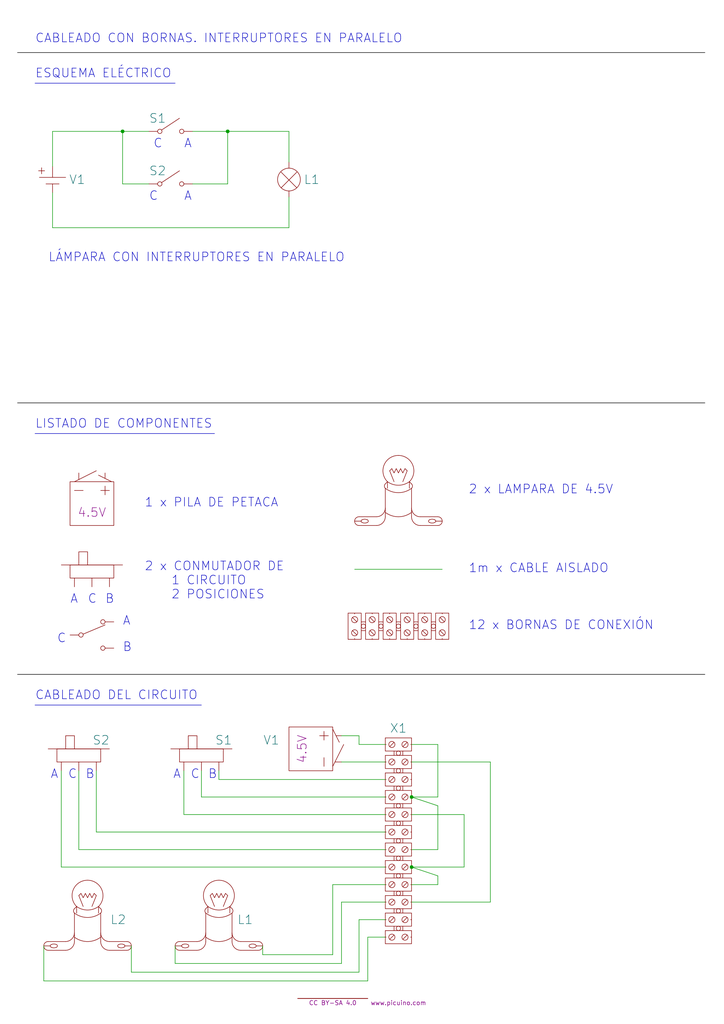
<source format=kicad_sch>
(kicad_sch (version 20211123) (generator eeschema)
  (paper "A4" portrait)
  (title_block (title "CABLEADO CON BORNAS. INTERRUPTORES EN PARALELO") (date "14/12/2018") (company "www.picuino.com") (comment 1 "Copyright (c) 2018 by Carlos Pardo") (comment 2 "License CC BY-SA 4.0"))
  (lib_symbols
    (symbol "simbolos:CopyRight" (pin_names (offset 1.016))
      (property "License" "CC BY-SA 4.0" (at -1.27 -1.27 0))
      (property "Web" "www.picuino.com" (at 0 -1.27 0))
      (symbol "CopyRight_0_1"
        (polyline (pts (xy -10.16 0) (xy 10.16 0)) (stroke (width 0.2032)))
      )
    )
    (symbol "simbolos:Pila" (pin_names (offset 1.016))
      (property "Reference" "V" (at 5.08 -4.445 0))
      (symbol "Pila_0_1"
        (polyline (pts (xy -4.064 -1.27) (xy -2.286 -1.27)))
        (polyline (pts (xy -3.81 -3.175) (xy 3.81 -3.175)))
        (polyline (pts (xy -3.175 -0.381) (xy -3.175 -2.159)))
        (polyline (pts (xy -1.905 -5.08) (xy 1.905 -5.08)))
      )
      (symbol "Pila_1_1"
        (pin input line (at 0 -7.62 90) (length 2.54) (name "") (number ""))
        (pin input line (at 0 0 270) (length 3.175) (name "") (number ""))
      )
    )
    (symbol "simbolos:borna_12x2" (pin_names (offset 1.016))
      (property "Reference" "X" (at 3.81 3.81 0))
      (symbol "borna_12x2_0_1"
        (rectangle (start 0 -53.975) (end 7.62 -57.785))
        (rectangle (start 0 -48.895) (end 7.62 -52.705))
        (rectangle (start 0 -43.815) (end 7.62 -47.625))
        (rectangle (start 0 -38.735) (end 7.62 -42.545))
        (rectangle (start 0 -33.655) (end 7.62 -37.465))
        (rectangle (start 0 -28.575) (end 7.62 -32.385))
        (rectangle (start 0 -23.495) (end 7.62 -27.305))
        (rectangle (start 0 -18.415) (end 7.62 -22.225))
        (rectangle (start 0 -13.335) (end 7.62 -17.145))
        (rectangle (start 0 -8.255) (end 7.62 -12.065))
        (rectangle (start 0 -3.175) (end 7.62 -6.985))
        (polyline (pts (xy 1.27 -56.515) (xy 2.54 -55.245)))
        (polyline (pts (xy 1.27 -51.435) (xy 2.54 -50.165)))
        (polyline (pts (xy 1.27 -46.355) (xy 2.54 -45.085)))
        (polyline (pts (xy 1.27 -41.275) (xy 2.54 -40.005)))
        (polyline (pts (xy 1.27 -36.195) (xy 2.54 -34.925)))
        (polyline (pts (xy 1.27 -31.115) (xy 2.54 -29.845)))
        (polyline (pts (xy 1.27 -26.035) (xy 2.54 -24.765)))
        (polyline (pts (xy 1.27 -20.955) (xy 2.54 -19.685)))
        (polyline (pts (xy 1.27 -15.875) (xy 2.54 -14.605)))
        (polyline (pts (xy 1.27 -10.795) (xy 2.54 -9.525)))
        (polyline (pts (xy 1.27 -5.715) (xy 2.54 -4.445)))
        (polyline (pts (xy 1.27 -0.635) (xy 2.54 0.635)))
        (polyline (pts (xy 2.54 -53.975) (xy 2.54 -52.705)))
        (polyline (pts (xy 2.54 -48.895) (xy 2.54 -47.625)))
        (polyline (pts (xy 2.54 -43.815) (xy 2.54 -42.545)))
        (polyline (pts (xy 2.54 -38.735) (xy 2.54 -37.465)))
        (polyline (pts (xy 2.54 -33.655) (xy 2.54 -32.385)))
        (polyline (pts (xy 2.54 -28.575) (xy 2.54 -27.305)))
        (polyline (pts (xy 2.54 -23.495) (xy 2.54 -22.225)))
        (polyline (pts (xy 2.54 -18.415) (xy 2.54 -17.145)))
        (polyline (pts (xy 2.54 -13.335) (xy 2.54 -12.065)))
        (polyline (pts (xy 2.54 -8.255) (xy 2.54 -6.985)))
        (polyline (pts (xy 2.54 -3.175) (xy 2.54 -1.905)))
        (polyline (pts (xy 5.08 -56.515) (xy 6.35 -55.245)))
        (polyline (pts (xy 5.08 -53.975) (xy 5.08 -52.705)))
        (polyline (pts (xy 5.08 -51.435) (xy 6.35 -50.165)))
        (polyline (pts (xy 5.08 -48.895) (xy 5.08 -47.625)))
        (polyline (pts (xy 5.08 -46.355) (xy 6.35 -45.085)))
        (polyline (pts (xy 5.08 -43.815) (xy 5.08 -42.545)))
        (polyline (pts (xy 5.08 -41.275) (xy 6.35 -40.005)))
        (polyline (pts (xy 5.08 -38.735) (xy 5.08 -37.465)))
        (polyline (pts (xy 5.08 -36.195) (xy 6.35 -34.925)))
        (polyline (pts (xy 5.08 -33.655) (xy 5.08 -32.385)))
        (polyline (pts (xy 5.08 -31.115) (xy 6.35 -29.845)))
        (polyline (pts (xy 5.08 -28.575) (xy 5.08 -27.305)))
        (polyline (pts (xy 5.08 -26.035) (xy 6.35 -24.765)))
        (polyline (pts (xy 5.08 -23.495) (xy 5.08 -22.225)))
        (polyline (pts (xy 5.08 -20.955) (xy 6.35 -19.685)))
        (polyline (pts (xy 5.08 -18.415) (xy 5.08 -17.145)))
        (polyline (pts (xy 5.08 -15.875) (xy 6.35 -14.605)))
        (polyline (pts (xy 5.08 -13.335) (xy 5.08 -12.065)))
        (polyline (pts (xy 5.08 -10.795) (xy 6.35 -9.525)))
        (polyline (pts (xy 5.08 -8.255) (xy 5.08 -6.985)))
        (polyline (pts (xy 5.08 -5.715) (xy 6.35 -4.445)))
        (polyline (pts (xy 5.08 -3.175) (xy 5.08 -1.905)))
        (polyline (pts (xy 5.08 -0.635) (xy 6.35 0.635)))
        (rectangle (start 0 1.905) (end 7.62 -1.905))
        (circle (center 1.905 -55.88) (radius 0.889))
        (circle (center 1.905 -50.8) (radius 0.889))
        (circle (center 1.905 -45.72) (radius 0.889))
        (circle (center 1.905 -40.64) (radius 0.889))
        (circle (center 1.905 -35.56) (radius 0.889))
        (circle (center 1.905 -30.48) (radius 0.889))
        (circle (center 1.905 -25.4) (radius 0.889))
        (circle (center 1.905 -20.32) (radius 0.889))
        (circle (center 1.905 -15.24) (radius 0.889))
        (circle (center 1.905 -10.16) (radius 0.889))
        (circle (center 1.905 -5.08) (radius 0.889))
        (circle (center 1.905 0) (radius 0.889))
        (circle (center 3.81 -53.34) (radius 0.635))
        (circle (center 3.81 -48.26) (radius 0.635))
        (circle (center 3.81 -43.18) (radius 0.635))
        (circle (center 3.81 -38.1) (radius 0.635))
        (circle (center 3.81 -33.02) (radius 0.635))
        (circle (center 3.81 -27.94) (radius 0.635))
        (circle (center 3.81 -22.86) (radius 0.635))
        (circle (center 3.81 -17.78) (radius 0.635))
        (circle (center 3.81 -12.7) (radius 0.635))
        (circle (center 3.81 -7.62) (radius 0.635))
        (circle (center 3.81 -2.54) (radius 0.635))
        (circle (center 5.715 -55.88) (radius 0.889))
        (circle (center 5.715 -50.8) (radius 0.889))
        (circle (center 5.715 -45.72) (radius 0.889))
        (circle (center 5.715 -40.64) (radius 0.889))
        (circle (center 5.715 -35.56) (radius 0.889))
        (circle (center 5.715 -30.48) (radius 0.889))
        (circle (center 5.715 -25.4) (radius 0.889))
        (circle (center 5.715 -20.32) (radius 0.889))
        (circle (center 5.715 -15.24) (radius 0.889))
        (circle (center 5.715 -10.16) (radius 0.889))
        (circle (center 5.715 -5.08) (radius 0.889))
        (circle (center 5.715 0) (radius 0.889))
      )
      (symbol "borna_12x2_1_1"
        (pin input line (at 0 -55.88 0) (length 0.254) (name "") (number ""))
        (pin input line (at 0 -50.8 0) (length 0.254) (name "") (number ""))
        (pin input line (at 0 -45.72 0) (length 0.254) (name "") (number ""))
        (pin input line (at 0 -40.64 0) (length 0.254) (name "") (number ""))
        (pin input line (at 0 -35.56 0) (length 0.254) (name "") (number ""))
        (pin input line (at 0 -30.48 0) (length 0.254) (name "") (number ""))
        (pin input line (at 0 -25.4 0) (length 0.254) (name "") (number ""))
        (pin input line (at 0 -20.32 0) (length 0.254) (name "") (number ""))
        (pin input line (at 0 -15.24 0) (length 0.254) (name "") (number ""))
        (pin input line (at 0 -10.16 0) (length 0.254) (name "") (number ""))
        (pin input line (at 0 -5.08 0) (length 0.254) (name "") (number ""))
        (pin input line (at 0 0 0) (length 0.254) (name "") (number ""))
        (pin input line (at 7.62 -55.88 180) (length 0.254) (name "") (number ""))
        (pin input line (at 7.62 -50.8 180) (length 0.254) (name "") (number ""))
        (pin input line (at 7.62 -45.72 180) (length 0.254) (name "") (number ""))
        (pin input line (at 7.62 -40.64 180) (length 0.254) (name "") (number ""))
        (pin input line (at 7.62 -35.56 180) (length 0.254) (name "") (number ""))
        (pin input line (at 7.62 -30.48 180) (length 0.254) (name "") (number ""))
        (pin input line (at 7.62 -25.4 180) (length 0.254) (name "") (number ""))
        (pin input line (at 7.62 -20.32 180) (length 0.254) (name "") (number ""))
        (pin input line (at 7.62 -15.24 180) (length 0.254) (name "") (number ""))
        (pin input line (at 7.62 -10.16 180) (length 0.254) (name "") (number ""))
        (pin input line (at 7.62 -5.08 180) (length 0.254) (name "") (number ""))
        (pin input line (at 7.62 0 180) (length 0.254) (name "") (number ""))
      )
    )
    (symbol "simbolos:borna_6x2" (pin_names (offset 1.016))
      (property "Reference" "X" (at 3.81 3.81 0))
      (symbol "borna_6x2_0_1"
        (rectangle (start 0 -23.495) (end 7.62 -27.305))
        (rectangle (start 0 -18.415) (end 7.62 -22.225))
        (rectangle (start 0 -13.335) (end 7.62 -17.145))
        (rectangle (start 0 -8.255) (end 7.62 -12.065))
        (rectangle (start 0 -3.175) (end 7.62 -6.985))
        (polyline (pts (xy 1.27 -26.035) (xy 2.54 -24.765)))
        (polyline (pts (xy 1.27 -20.955) (xy 2.54 -19.685)))
        (polyline (pts (xy 1.27 -15.875) (xy 2.54 -14.605)))
        (polyline (pts (xy 1.27 -10.795) (xy 2.54 -9.525)))
        (polyline (pts (xy 1.27 -5.715) (xy 2.54 -4.445)))
        (polyline (pts (xy 1.27 -0.635) (xy 2.54 0.635)))
        (polyline (pts (xy 2.54 -23.495) (xy 2.54 -22.225)))
        (polyline (pts (xy 2.54 -18.415) (xy 2.54 -17.145)))
        (polyline (pts (xy 2.54 -13.335) (xy 2.54 -12.065)))
        (polyline (pts (xy 2.54 -8.255) (xy 2.54 -6.985)))
        (polyline (pts (xy 2.54 -3.175) (xy 2.54 -1.905)))
        (polyline (pts (xy 5.08 -26.035) (xy 6.35 -24.765)))
        (polyline (pts (xy 5.08 -23.495) (xy 5.08 -22.225)))
        (polyline (pts (xy 5.08 -20.955) (xy 6.35 -19.685)))
        (polyline (pts (xy 5.08 -18.415) (xy 5.08 -17.145)))
        (polyline (pts (xy 5.08 -15.875) (xy 6.35 -14.605)))
        (polyline (pts (xy 5.08 -13.335) (xy 5.08 -12.065)))
        (polyline (pts (xy 5.08 -10.795) (xy 6.35 -9.525)))
        (polyline (pts (xy 5.08 -8.255) (xy 5.08 -6.985)))
        (polyline (pts (xy 5.08 -5.715) (xy 6.35 -4.445)))
        (polyline (pts (xy 5.08 -3.175) (xy 5.08 -1.905)))
        (polyline (pts (xy 5.08 -0.635) (xy 6.35 0.635)))
        (rectangle (start 0 1.905) (end 7.62 -1.905))
        (circle (center 1.905 -25.4) (radius 0.889))
        (circle (center 1.905 -20.32) (radius 0.889))
        (circle (center 1.905 -15.24) (radius 0.889))
        (circle (center 1.905 -10.16) (radius 0.889))
        (circle (center 1.905 -5.08) (radius 0.889))
        (circle (center 1.905 0) (radius 0.889))
        (circle (center 3.81 -22.86) (radius 0.635))
        (circle (center 3.81 -17.78) (radius 0.635))
        (circle (center 3.81 -12.7) (radius 0.635))
        (circle (center 3.81 -7.62) (radius 0.635))
        (circle (center 3.81 -2.54) (radius 0.635))
        (circle (center 5.715 -25.4) (radius 0.889))
        (circle (center 5.715 -20.32) (radius 0.889))
        (circle (center 5.715 -15.24) (radius 0.889))
        (circle (center 5.715 -10.16) (radius 0.889))
        (circle (center 5.715 -5.08) (radius 0.889))
        (circle (center 5.715 0) (radius 0.889))
      )
      (symbol "borna_6x2_1_1"
        (pin input line (at 0 -25.4 0) (length 0.254) (name "") (number ""))
        (pin input line (at 0 -20.32 0) (length 0.254) (name "") (number ""))
        (pin input line (at 0 -15.24 0) (length 0.254) (name "") (number ""))
        (pin input line (at 0 -10.16 0) (length 0.254) (name "") (number ""))
        (pin input line (at 0 -5.08 0) (length 0.254) (name "") (number ""))
        (pin input line (at 0 0 0) (length 0.254) (name "") (number ""))
        (pin input line (at 7.62 -25.4 180) (length 0.254) (name "") (number ""))
        (pin input line (at 7.62 -20.32 180) (length 0.254) (name "") (number ""))
        (pin input line (at 7.62 -15.24 180) (length 0.254) (name "") (number ""))
        (pin input line (at 7.62 -10.16 180) (length 0.254) (name "") (number ""))
        (pin input line (at 7.62 -5.08 180) (length 0.254) (name "") (number ""))
        (pin input line (at 7.62 0 180) (length 0.254) (name "") (number ""))
      )
    )
    (symbol "simbolos:conmutador" (pin_names (offset 1.016))
      (property "Reference" "S" (at 4.445 3.175 0))
      (symbol "conmutador_0_0"
        (circle (center 3.175 0) (radius 0.635))
        (circle (center 9.525 -3.81) (radius 0.635))
        (circle (center 9.525 3.81) (radius 0.635))
      )
      (symbol "conmutador_0_1"
        (polyline (pts (xy 10.16 2.921) (xy 3.81 0.254)))
      )
      (symbol "conmutador_1_1"
        (pin input line (at 0 0 0) (length 2.54) (name "") (number ""))
        (pin input line (at 12.7 -3.81 180) (length 2.54) (name "") (number ""))
        (pin input line (at 12.7 3.81 180) (length 2.54) (name "") (number ""))
      )
    )
    (symbol "simbolos:interruptor" (pin_names (offset 1.016))
      (property "Reference" "S" (at 4.445 3.175 0))
      (symbol "interruptor_0_0"
        (polyline (pts (xy 8.89 3.81) (xy 3.683 0.381)))
        (circle (center 3.175 0) (radius 0.635))
        (circle (center 9.525 0) (radius 0.635))
      )
      (symbol "interruptor_1_1"
        (pin input line (at 0 0 0) (length 2.54) (name "") (number ""))
        (pin input line (at 12.7 0 180) (length 2.54) (name "") (number ""))
      )
    )
    (symbol "simbolos:lampara" (pin_names (offset 1.016))
      (property "Reference" "L" (at 4.445 -5.08 0))
      (symbol "lampara_0_1"
        (circle (center 0 -5.08) (radius 3.302))
        (polyline (pts (xy -2.286 -7.493) (xy 2.286 -2.921)))
        (polyline (pts (xy -2.286 -2.921) (xy 2.286 -7.493)))
      )
      (symbol "lampara_1_1"
        (pin input line (at 0 -10.16 90) (length 1.778) (name "") (number ""))
        (pin input line (at 0 0 270) (length 1.778) (name "") (number ""))
      )
    )
    (symbol "simbolos:lampara_pack" (pin_names (offset 1.016))
      (property "Reference" "L" (at 17.78 6.35 0))
      (symbol "lampara_pack_0_1"
        (polyline (pts (xy 1.27 -1.27) (xy 6.35 -1.27)))
        (polyline (pts (xy 6.35 1.27) (xy 1.27 1.27)))
        (polyline (pts (xy 8.89 1.27) (xy 8.89 9.525)))
        (polyline (pts (xy 8.89 10.795) (xy 9.525 11.43)))
        (polyline (pts (xy 9.525 11.43) (xy 9.525 9.525)))
        (polyline (pts (xy 11.43 11.43) (xy 10.16 14.605)))
        (polyline (pts (xy 13.97 11.43) (xy 15.24 14.605)))
        (polyline (pts (xy 15.875 11.43) (xy 15.875 9.525)))
        (polyline (pts (xy 16.51 1.27) (xy 16.51 9.525)))
        (polyline (pts (xy 16.51 10.795) (xy 15.875 11.43)))
        (polyline (pts (xy 19.05 1.27) (xy 24.13 1.27)))
        (polyline (pts (xy 24.13 -1.27) (xy 19.05 -1.27)))
        (polyline (pts (xy 10.16 14.605) (xy 10.795 15.24) (xy 11.43 13.97) (xy 12.065 15.24) (xy 12.7 13.97) (xy 13.335 15.24) (xy 13.97 13.97) (xy 14.605 15.24) (xy 15.24 14.605)))
        (arc (start 1.27 1.27) (mid 0 0) (end 1.27 -1.27))
        (arc (start 2.159 -0.381) (mid 2.921 -0.5609) (end 3.683 -0.381))
        (arc (start 2.159 0.381) (mid 1.8844 0) (end 2.159 -0.381))
        (arc (start 3.683 -0.381) (mid 3.9576 0) (end 3.683 0.381))
        (arc (start 3.683 0.381) (mid 2.921 0.5609) (end 2.159 0.381))
        (arc (start 6.35 -1.27) (mid 8.1297 -0.5171) (end 8.89 1.27))
        (arc (start 6.35 1.27) (mid 8.1297 2.0229) (end 8.89 3.81))
        (arc (start 8.89 2.54) (mid 12.7 1.27) (end 16.51 2.54))
        (arc (start 8.89 9.525) (mid 12.7 8.255) (end 16.51 9.525))
        (arc (start 8.89 10.795) (mid 8.627 10.16) (end 8.89 9.525))
        (arc (start 9.525 11.43) (mid 12.7 10.4125) (end 15.875 11.43))
        (arc (start 12.7 19.05) (mid 8.5493 16.3021) (end 9.525 11.43))
        (arc (start 15.875 11.43) (mid 16.8357 16.2958) (end 12.7 19.05))
        (arc (start 16.51 1.27) (mid 17.2523 -0.5349) (end 19.05 -1.27))
        (arc (start 16.51 3.81) (mid 17.2523 2.0051) (end 19.05 1.27))
        (arc (start 16.51 9.525) (mid 16.773 10.16) (end 16.51 10.795))
        (arc (start 21.717 -0.381) (mid 22.479 -0.5609) (end 23.241 -0.381))
        (arc (start 21.717 0.381) (mid 21.4424 0) (end 21.717 -0.381))
        (arc (start 23.241 -0.381) (mid 23.5156 0) (end 23.241 0.381))
        (arc (start 23.241 0.381) (mid 22.479 0.5609) (end 21.717 0.381))
        (arc (start 24.13 -1.27) (mid 25.4 0) (end 24.13 1.27))
      )
      (symbol "lampara_pack_1_1"
        (pin input line (at 0 0 0) (length 1.905) (name "") (number ""))
        (pin input line (at 25.4 0 180) (length 1.905) (name "") (number ""))
      )
    )
    (symbol "simbolos:pila_petaca" (pin_names (offset 1.016))
      (property "Reference" "V" (at 11.43 -8.89 0))
      (property "V" "4.5V" (at 3.81 -12.7 0))
      (symbol "pila_petaca_0_1"
        (rectangle (start -2.54 -2.54) (end 10.16 -15.24))
        (polyline (pts (xy -1.27 -5.08) (xy 1.27 -5.08)))
        (polyline (pts (xy -1.27 -2.54) (xy 5.08 0.635)))
        (polyline (pts (xy 7.62 -3.81) (xy 7.62 -6.35)))
        (polyline (pts (xy 8.89 -5.08) (xy 6.35 -5.08)))
        (polyline (pts (xy 9.525 -2.54) (xy 5.715 -0.635)))
      )
      (symbol "pila_petaca_1_1"
        (pin input line (at 0 0 270) (length 1.905) (name "") (number ""))
        (pin input line (at 7.62 0 270) (length 1.524) (name "") (number ""))
      )
    )
    (symbol "simbolos:selector_pack" (pin_names (offset 1.016))
      (property "Reference" "S" (at 11.43 8.89 0))
      (symbol "selector_pack_0_1"
        (rectangle (start -1.27 6.35) (end 11.43 2.54))
        (polyline (pts (xy 13.97 6.35) (xy -3.81 6.35)))
        (polyline (pts (xy 1.27 6.35) (xy 1.27 10.16) (xy 3.81 10.16) (xy 3.81 6.35)))
      )
      (symbol "selector_pack_1_1"
        (pin input line (at 0 0 90) (length 2.54) (name "") (number ""))
        (pin input line (at 5.08 0 90) (length 2.54) (name "") (number ""))
        (pin input line (at 10.16 0 90) (length 2.54) (name "") (number ""))
      )
    )
  )
  (junction (at 35.56 38.1))
  (junction (at 119.38 251.46))
  (junction (at 66.04 38.1))
  (junction (at 119.38 231.14))
  (wire (pts (xy 76.2 276.86) (xy 96.52 276.86)))
  (wire (pts (xy 76.2 274.32) (xy 76.2 276.86)))
  (wire (pts (xy 127 254) (xy 127 256.54)))
  (wire (pts (xy 96.52 256.54) (xy 96.52 276.86)))
  (wire (pts (xy 127 233.68) (xy 127 246.38)))
  (wire (pts (xy 119.38 251.46) (xy 127 254)))
  (wire (pts (xy 127 246.38) (xy 119.38 246.38)))
  (wire (pts (xy 111.76 226.06) (xy 63.5 226.06)))
  (wire (pts (xy 55.88 53.34) (xy 66.04 53.34)))
  (wire (pts (xy 99.06 261.62) (xy 99.06 279.4)))
  (wire (pts (xy 104.14 213.36) (xy 99.06 213.36)))
  (wire (pts (xy 15.24 66.04) (xy 83.82 66.04)))
  (wire (pts (xy 50.8 274.32) (xy 50.8 279.4)))
  (wire (pts (xy 27.94 241.3) (xy 27.94 223.52)))
  (wire (pts (xy 66.04 38.1) (xy 83.82 38.1)))
  (wire (pts (xy 119.38 231.14) (xy 127 233.68)))
  (wire (pts (xy 58.42 223.52) (xy 58.42 231.14)))
  (wire (pts (xy 119.38 220.98) (xy 142.24 220.98)))
  (wire (pts (xy 43.18 53.34) (xy 35.56 53.34)))
  (wire (pts (xy 96.52 256.54) (xy 111.76 256.54)))
  (wire (pts (xy 66.04 53.34) (xy 66.04 38.1)))
  (wire (pts (xy 15.24 38.1) (xy 35.56 38.1)))
  (polyline (pts (xy 10.16 24.13) (xy 50.8 24.13)) (stroke (width 0) (type solid)))
  (wire (pts (xy 104.14 215.9) (xy 104.14 213.36)))
  (wire (pts (xy 17.78 223.52) (xy 17.78 251.46)))
  (wire (pts (xy 127 215.9) (xy 119.38 215.9)))
  (wire (pts (xy 119.38 261.62) (xy 142.24 261.62)))
  (polyline (pts (xy 5.08 15.24) (xy 204.47 15.24)) (stroke (width 0) (type solid) (color 0 0 0 1)))
  (wire (pts (xy 38.1 281.94) (xy 104.14 281.94)))
  (wire (pts (xy 35.56 38.1) (xy 43.18 38.1)))
  (wire (pts (xy 50.8 279.4) (xy 99.06 279.4)))
  (wire (pts (xy 35.56 53.34) (xy 35.56 38.1)))
  (wire (pts (xy 119.38 236.22) (xy 134.62 236.22)))
  (wire (pts (xy 111.76 271.78) (xy 106.68 271.78)))
  (wire (pts (xy 99.06 261.62) (xy 111.76 261.62)))
  (polyline (pts (xy 5.08 116.84) (xy 204.47 116.84)) (stroke (width 0) (type solid) (color 0 0 0 1)))
  (wire (pts (xy 53.34 236.22) (xy 53.34 223.52)))
  (wire (pts (xy 15.24 48.26) (xy 15.24 38.1)))
  (polyline (pts (xy 10.16 125.73) (xy 62.23 125.73)) (stroke (width 0) (type solid)))
  (wire (pts (xy 104.14 266.7) (xy 111.76 266.7)))
  (wire (pts (xy 22.86 223.52) (xy 22.86 246.38)))
  (polyline (pts (xy 10.16 204.47) (xy 58.42 204.47)) (stroke (width 0) (type solid)))
  (wire (pts (xy 83.82 66.04) (xy 83.82 57.15)))
  (wire (pts (xy 38.1 274.32) (xy 38.1 281.94)))
  (wire (pts (xy 134.62 251.46) (xy 119.38 251.46)))
  (wire (pts (xy 22.86 246.38) (xy 111.76 246.38)))
  (wire (pts (xy 99.06 220.98) (xy 111.76 220.98)))
  (wire (pts (xy 127 256.54) (xy 119.38 256.54)))
  (wire (pts (xy 63.5 226.06) (xy 63.5 223.52)))
  (wire (pts (xy 106.68 271.78) (xy 106.68 284.48)))
  (wire (pts (xy 111.76 251.46) (xy 17.78 251.46)))
  (wire (pts (xy 134.62 236.22) (xy 134.62 251.46)))
  (wire (pts (xy 142.24 220.98) (xy 142.24 261.62)))
  (wire (pts (xy 106.68 284.48) (xy 12.7 284.48)))
  (wire (pts (xy 55.88 38.1) (xy 66.04 38.1)))
  (wire (pts (xy 58.42 231.14) (xy 111.76 231.14)))
  (wire (pts (xy 111.76 241.3) (xy 27.94 241.3)))
  (wire (pts (xy 111.76 236.22) (xy 53.34 236.22)))
  (wire (pts (xy 12.7 284.48) (xy 12.7 274.32)))
  (wire (pts (xy 127 231.14) (xy 119.38 231.14)))
  (polyline (pts (xy 5.08 195.58) (xy 204.47 195.58)) (stroke (width 0) (type solid) (color 0 0 0 1)))
  (wire (pts (xy 15.24 66.04) (xy 15.24 55.88)))
  (wire (pts (xy 104.14 215.9) (xy 111.76 215.9)))
  (wire (pts (xy 127 215.9) (xy 127 231.14)))
  (wire (pts (xy 104.14 266.7) (xy 104.14 281.94)))
  (wire (pts (xy 102.87 165.1) (xy 128.27 165.1)))
  (wire (pts (xy 83.82 38.1) (xy 83.82 46.99)))
  (text "C" (at 19.685 226.06 0) (effects (font (size 2.54 2.54)) (justify left bottom)))
  (text "C" (at 25.4 175.26 0) (effects (font (size 2.54 2.54)) (justify left bottom)))
  (text "B" (at 35.56 189.23 0) (effects (font (size 2.54 2.54)) (justify left bottom)))
  (text "C" (at 44.45 43.18 0) (effects (font (size 2.54 2.54)) (justify left bottom)))
  (text "C" (at 16.51 186.69 0) (effects (font (size 2.54 2.54)) (justify left bottom)))
  (text "A" (at 20.32 175.26 0) (effects (font (size 2.54 2.54)) (justify left bottom)))
  (text "C" (at 55.245 226.06 0) (effects (font (size 2.54 2.54)) (justify left bottom)))
  (text "1 x PILA DE PETACA" (at 41.91 147.32 0) (effects (font (size 2.54 2.54)) (justify left bottom)))
  (text "C" (at 43.18 58.42 0) (effects (font (size 2.54 2.54)) (justify left bottom)))
  (text "LÁMPARA CON INTERRUPTORES EN PARALELO" (at 13.97 76.2 0) (effects (font (size 2.54 2.54)) (justify left bottom)))
  (text "CABLEADO CON BORNAS. INTERRUPTORES EN PARALELO" (at 10.16 12.7 0) (effects (font (size 2.54 2.54)) (justify left bottom)))
  (text "B" (at 60.325 226.06 0) (effects (font (size 2.54 2.54)) (justify left bottom)))
  (text "B" (at 30.48 175.26 0) (effects (font (size 2.54 2.54)) (justify left bottom)))
  (text "A" (at 14.605 226.06 0) (effects (font (size 2.54 2.54)) (justify left bottom)))
  (text "2 x CONMUTADOR DE\n    1 CIRCUITO\n    2 POSICIONES" (at 41.91 173.99 0) (effects (font (size 2.54 2.54)) (justify left bottom)))
  (text "A" (at 50.165 226.06 0) (effects (font (size 2.54 2.54)) (justify left bottom)))
  (text "12 x BORNAS DE CONEXIÓN" (at 135.89 182.88 0) (effects (font (size 2.54 2.54)) (justify left bottom)))
  (text "LISTADO DE COMPONENTES" (at 10.16 124.46 0) (effects (font (size 2.54 2.54)) (justify left bottom)))
  (text "A" (at 35.56 181.61 0) (effects (font (size 2.54 2.54)) (justify left bottom)))
  (text "CABLEADO DEL CIRCUITO" (at 10.16 203.2 0) (effects (font (size 2.54 2.54)) (justify left bottom)))
  (text "A" (at 53.34 58.42 0) (effects (font (size 2.54 2.54)) (justify left bottom)))
  (text "ESQUEMA ELÉCTRICO" (at 10.16 22.86 0) (effects (font (size 2.54 2.54)) (justify left bottom)))
  (text "B" (at 24.765 226.06 0) (effects (font (size 2.54 2.54)) (justify left bottom)))
  (text "2 x LAMPARA DE 4.5V" (at 135.89 143.51 0) (effects (font (size 2.54 2.54)) (justify left bottom)))
  (text "1m x CABLE AISLADO" (at 135.89 166.37 0) (effects (font (size 2.54 2.54)) (justify left bottom)))
  (text "A" (at 53.34 43.18 0) (effects (font (size 2.54 2.54)) (justify left bottom)))
  (symbol (lib_id "simbolos:CopyRight") (at 96.52 289.56 0) (unit 1)
    (property "Reference" "CP1" (effects hide))
    (property "Value" "CopyRight" (effects hide))
    (property "License" "CC BY-SA 4.0" (at 96.52 290.83 0))
    (property "Web" "www.picuino.com" (at 115.57 290.83 0))
  )
  (symbol (lib_id "simbolos:borna_12x2") (at 111.76 215.9 0) (unit 1)
    (property "Reference" "X1" (at 115.57 211.1756 0) (effects (font (size 2.54 2.54))))
    (property "Value" "borna_12x2" (effects hide))
  )
  (symbol (lib_id "simbolos:pila_petaca") (at 99.06 220.98 270) (mirror x) (unit 1)
    (property "Reference" "V1" (at 76.2 214.63 90) (effects (font (size 2.54 2.54)) (justify left)))
    (property "Value" "pila_petaca" (effects hide))
    (property "V" "4.5V" (at 87.63 217.17 0) (effects (font (size 2.54 2.54))))
  )
  (symbol (lib_id "simbolos:pila_petaca") (at 22.86 137.16 0) (unit 1)
    (property "Reference" "V?" (effects hide))
    (property "Value" "pila_petaca" (effects hide))
    (property "V" "4.5V" (at 26.67 148.59 0) (effects (font (size 2.54 2.54))))
  )
  (symbol (lib_id "simbolos:Pila") (at 15.24 48.26 0) (unit 1)
    (property "Reference" "V1" (at 19.8882 52.07 0) (effects (font (size 2.54 2.54)) (justify left)))
    (property "Value" "Pila" (effects hide))
  )
  (symbol (lib_id "simbolos:lampara") (at 83.82 46.99 0) (unit 1)
    (property "Reference" "L1" (at 87.9602 52.07 0) (effects (font (size 2.54 2.54)) (justify left)))
    (property "Value" "lampara" (effects hide))
  )
  (symbol (lib_id "simbolos:lampara_pack") (at 50.8 274.32 0) (unit 1)
    (property "Reference" "L1" (at 71.12 266.7 0) (effects (font (size 2.54 2.54))))
    (property "Value" "lampara_pack" (effects hide))
  )
  (symbol (lib_id "simbolos:lampara_pack") (at 12.7 274.32 0) (unit 1)
    (property "Reference" "L2" (at 34.29 266.7 0) (effects (font (size 2.54 2.54))))
    (property "Value" "lampara_pack" (effects hide))
  )
  (symbol (lib_id "simbolos:borna_6x2") (at 128.27 177.8 270) (unit 1)
    (property "Reference" "X?" (effects hide))
    (property "Value" "borna_6x2" (effects hide))
  )
  (symbol (lib_id "simbolos:conmutador") (at 20.32 184.15 0) (unit 1)
    (property "Reference" "S?" (effects hide))
    (property "Value" "conmutador" (effects hide))
  )
  (symbol (lib_id "simbolos:selector_pack") (at 53.34 223.52 0) (unit 1)
    (property "Reference" "S1" (at 62.23 214.63 0) (effects (font (size 2.54 2.54)) (justify left)))
    (property "Value" "selector_pack" (effects hide))
  )
  (symbol (lib_id "simbolos:selector_pack") (at 17.78 223.52 0) (unit 1)
    (property "Reference" "S2" (at 26.67 214.63 0) (effects (font (size 2.54 2.54)) (justify left)))
    (property "Value" "selector_pack" (effects hide))
  )
  (symbol (lib_id "simbolos:selector_pack") (at 21.59 170.18 0) (unit 1)
    (property "Reference" "S?" (effects hide))
    (property "Value" "selector_pack" (effects hide))
  )
  (symbol (lib_id "simbolos:lampara_pack") (at 102.87 151.13 0) (unit 1)
    (property "Reference" "L?" (effects hide))
    (property "Value" "lampara_pack" (effects hide))
  )
  (symbol (lib_id "simbolos:interruptor") (at 43.18 38.1 0) (unit 1)
    (property "Reference" "S1" (at 45.72 34.29 0) (effects (font (size 2.54 2.54))))
    (property "Value" "interruptor" (effects hide))
  )
  (symbol (lib_id "simbolos:interruptor") (at 43.18 53.34 0) (unit 1)
    (property "Reference" "S2" (at 45.72 49.53 0) (effects (font (size 2.54 2.54))))
    (property "Value" "interruptor" (effects hide))
  )
  (sheet (at 218.44 29.21) (size 66.04 7.62)
    (property "Sheet name" "2" (at 218.44 27.8634 0) (effects (font (size 2.54 2.54)) (justify left bottom)))
    (property "Sheet file" "electric-bornas-interruptores-paralelo-2.kicad_sch" (at 218.44 37.9226 0) (effects (font (size 2.54 2.54)) (justify left top)))
  )
)
</source>
